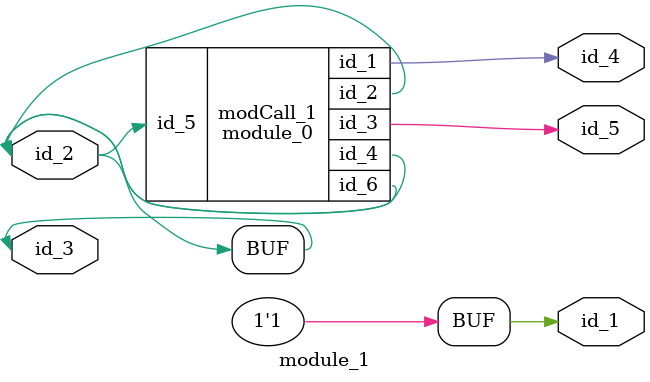
<source format=v>
module module_0 (
    id_1,
    id_2,
    id_3,
    id_4,
    id_5,
    id_6
);
  output wire id_6;
  input wire id_5;
  inout wire id_4;
  output wire id_3;
  inout wire id_2;
  output wire id_1;
  wire id_7;
endmodule
module module_1 (
    id_1,
    id_2,
    id_3,
    id_4,
    id_5
);
  output wire id_5;
  output wire id_4;
  inout wire id_3;
  inout wire id_2;
  output wire id_1;
  module_0 modCall_1 (
      id_4,
      id_3,
      id_5,
      id_2,
      id_3,
      id_2
  );
  assign id_1 = 1;
  wire id_6;
  buf primCall (id_2, id_3);
endmodule

</source>
